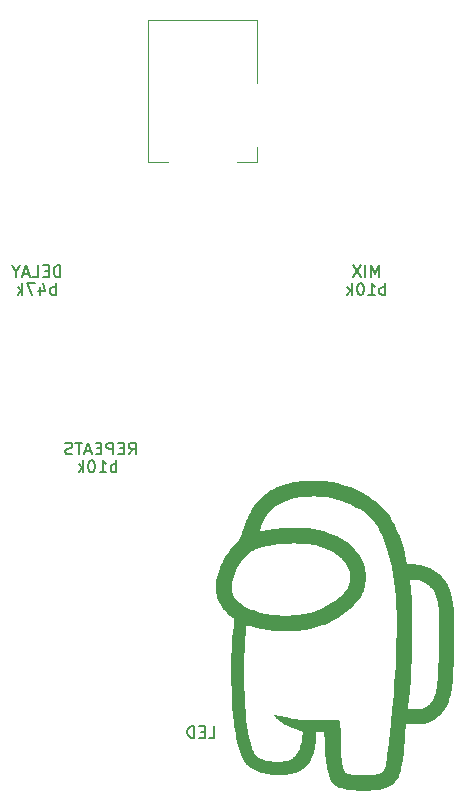
<source format=gbr>
%TF.GenerationSoftware,KiCad,Pcbnew,7.0.1*%
%TF.CreationDate,2023-11-18T18:10:11+02:00*%
%TF.ProjectId,Dille,44696c6c-652e-46b6-9963-61645f706362,rev?*%
%TF.SameCoordinates,Original*%
%TF.FileFunction,Legend,Bot*%
%TF.FilePolarity,Positive*%
%FSLAX46Y46*%
G04 Gerber Fmt 4.6, Leading zero omitted, Abs format (unit mm)*
G04 Created by KiCad (PCBNEW 7.0.1) date 2023-11-18 18:10:11*
%MOMM*%
%LPD*%
G01*
G04 APERTURE LIST*
%ADD10C,0.000000*%
%ADD11C,0.150000*%
%ADD12C,0.120000*%
G04 APERTURE END LIST*
D10*
G36*
X90419796Y-93206091D02*
G01*
X90426591Y-93677710D01*
X90433174Y-94697896D01*
X90421712Y-95663821D01*
X90393011Y-96564882D01*
X90347877Y-97390475D01*
X90287116Y-98129996D01*
X90211534Y-98772840D01*
X90121937Y-99308404D01*
X90072136Y-99532642D01*
X90019132Y-99726083D01*
X89960579Y-99895572D01*
X89890530Y-100062270D01*
X89809645Y-100225496D01*
X89718582Y-100384567D01*
X89618001Y-100538800D01*
X89508559Y-100687515D01*
X89390916Y-100830028D01*
X89265731Y-100965658D01*
X89133663Y-101093722D01*
X88995371Y-101213539D01*
X88851513Y-101324427D01*
X88702748Y-101425702D01*
X88549735Y-101516683D01*
X88393134Y-101596689D01*
X88233602Y-101665036D01*
X88071799Y-101721043D01*
X88022543Y-101736184D01*
X87973666Y-101749899D01*
X87924680Y-101762250D01*
X87875098Y-101773299D01*
X87824431Y-101783107D01*
X87772190Y-101791737D01*
X87717887Y-101799251D01*
X87661034Y-101805711D01*
X87601142Y-101811178D01*
X87537723Y-101815715D01*
X87470289Y-101819384D01*
X87398352Y-101822247D01*
X87239013Y-101825803D01*
X87055799Y-101826878D01*
X86383757Y-101826878D01*
X86293799Y-102710586D01*
X86130998Y-104252858D01*
X86065813Y-104800411D01*
X86007388Y-105226111D01*
X85952683Y-105550360D01*
X85898661Y-105793560D01*
X85842282Y-105976112D01*
X85780508Y-106118419D01*
X85716221Y-106237900D01*
X85646469Y-106352203D01*
X85571369Y-106461235D01*
X85491037Y-106564902D01*
X85405589Y-106663113D01*
X85315141Y-106755774D01*
X85219809Y-106842792D01*
X85119711Y-106924074D01*
X85014962Y-106999527D01*
X84905678Y-107069057D01*
X84791975Y-107132573D01*
X84673971Y-107189980D01*
X84551781Y-107241186D01*
X84425521Y-107286098D01*
X84295308Y-107324623D01*
X84161258Y-107356667D01*
X84051045Y-107376142D01*
X83915299Y-107392903D01*
X83581655Y-107418348D01*
X83189224Y-107433127D01*
X82766903Y-107437365D01*
X82343591Y-107431184D01*
X81948184Y-107414710D01*
X81609579Y-107388066D01*
X81470609Y-107370969D01*
X81356675Y-107351376D01*
X81200523Y-107317367D01*
X81056983Y-107282460D01*
X80925271Y-107246126D01*
X80804605Y-107207839D01*
X80694202Y-107167071D01*
X80593279Y-107123296D01*
X80501054Y-107075986D01*
X80416742Y-107024615D01*
X80339562Y-106968654D01*
X80268731Y-106907578D01*
X80203465Y-106840859D01*
X80142981Y-106767969D01*
X80086498Y-106688383D01*
X80033231Y-106601572D01*
X79982398Y-106507010D01*
X79933217Y-106404169D01*
X79880662Y-106284230D01*
X79832013Y-106159780D01*
X79787086Y-106029656D01*
X79745693Y-105892696D01*
X79707649Y-105747736D01*
X79672767Y-105593613D01*
X79640862Y-105429166D01*
X79611747Y-105253231D01*
X79585237Y-105064645D01*
X79561146Y-104862247D01*
X79539287Y-104644873D01*
X79519474Y-104411360D01*
X79501522Y-104160546D01*
X79485244Y-103891268D01*
X79456966Y-103292669D01*
X79425217Y-102461876D01*
X78763759Y-102461876D01*
X78732008Y-103054545D01*
X78719753Y-103240459D01*
X78700941Y-103422915D01*
X78675709Y-103601558D01*
X78644200Y-103776030D01*
X78606551Y-103945976D01*
X78562902Y-104111038D01*
X78513394Y-104270860D01*
X78458165Y-104425086D01*
X78397354Y-104573358D01*
X78331102Y-104715321D01*
X78259549Y-104850617D01*
X78182832Y-104978891D01*
X78101093Y-105099785D01*
X78014471Y-105212943D01*
X77923104Y-105318009D01*
X77827133Y-105414626D01*
X77739242Y-105494032D01*
X77649862Y-105567671D01*
X77558498Y-105635728D01*
X77464654Y-105698391D01*
X77367833Y-105755845D01*
X77267539Y-105808276D01*
X77163277Y-105855870D01*
X77054550Y-105898813D01*
X76940861Y-105937292D01*
X76821716Y-105971491D01*
X76696618Y-106001598D01*
X76565070Y-106027798D01*
X76426578Y-106050278D01*
X76280643Y-106069222D01*
X76126772Y-106084818D01*
X75964466Y-106097252D01*
X75715628Y-106106905D01*
X75469727Y-106106264D01*
X75227593Y-106095577D01*
X74990056Y-106075093D01*
X74757944Y-106045058D01*
X74532089Y-106005722D01*
X74313318Y-105957332D01*
X74102461Y-105900137D01*
X73900348Y-105834384D01*
X73707808Y-105760321D01*
X73525671Y-105678197D01*
X73354765Y-105588259D01*
X73195921Y-105490756D01*
X73049967Y-105385936D01*
X72917734Y-105274046D01*
X72800050Y-105155335D01*
X72704254Y-105036642D01*
X72611380Y-104895113D01*
X72521497Y-104731105D01*
X72434677Y-104544974D01*
X72350988Y-104337077D01*
X72270501Y-104107771D01*
X72193285Y-103857412D01*
X72119410Y-103586356D01*
X72048945Y-103294961D01*
X71981961Y-102983582D01*
X71918527Y-102652576D01*
X71858713Y-102302300D01*
X71802588Y-101933111D01*
X71750223Y-101545364D01*
X71701688Y-101139417D01*
X71657051Y-100715627D01*
X71644938Y-100562106D01*
X71632577Y-100338761D01*
X71608102Y-99724763D01*
X71585612Y-98957967D01*
X71567091Y-98122710D01*
X71558761Y-97375831D01*
X71558670Y-97295722D01*
X72640308Y-97295722D01*
X72647047Y-97935249D01*
X72662467Y-98598961D01*
X72689979Y-99433887D01*
X72725801Y-100173562D01*
X72771297Y-100831382D01*
X72827831Y-101420742D01*
X72896768Y-101955034D01*
X72979471Y-102447655D01*
X73077305Y-102911999D01*
X73191634Y-103361459D01*
X73243532Y-103548726D01*
X73292796Y-103716590D01*
X73340508Y-103866487D01*
X73387756Y-103999850D01*
X73435624Y-104118112D01*
X73485197Y-104222709D01*
X73537561Y-104315075D01*
X73593800Y-104396642D01*
X73623712Y-104433825D01*
X73655000Y-104468846D01*
X73687800Y-104501884D01*
X73722247Y-104533119D01*
X73796625Y-104590897D01*
X73879219Y-104643614D01*
X73971115Y-104692702D01*
X74073398Y-104739597D01*
X74187154Y-104785733D01*
X74313466Y-104832543D01*
X74433521Y-104873398D01*
X74488525Y-104890435D01*
X74541669Y-104905386D01*
X74594069Y-104918384D01*
X74646841Y-104929561D01*
X74701101Y-104939047D01*
X74757966Y-104946975D01*
X74818552Y-104953477D01*
X74883974Y-104958685D01*
X74955350Y-104962730D01*
X75033795Y-104965744D01*
X75120425Y-104967859D01*
X75216358Y-104969206D01*
X75440592Y-104970126D01*
X75665478Y-104970973D01*
X75845653Y-104968968D01*
X75989489Y-104963243D01*
X76050396Y-104958714D01*
X76105358Y-104952929D01*
X76155420Y-104945779D01*
X76201631Y-104937157D01*
X76245035Y-104926954D01*
X76286679Y-104915060D01*
X76327611Y-104901369D01*
X76368876Y-104885770D01*
X76456591Y-104848418D01*
X76514402Y-104820492D01*
X76572553Y-104788473D01*
X76630767Y-104752610D01*
X76688763Y-104713150D01*
X76746264Y-104670341D01*
X76802989Y-104624432D01*
X76858660Y-104575670D01*
X76912998Y-104524303D01*
X76965724Y-104470581D01*
X77016558Y-104414749D01*
X77065221Y-104357058D01*
X77111436Y-104297754D01*
X77154921Y-104237086D01*
X77195399Y-104175302D01*
X77232591Y-104112650D01*
X77266217Y-104049378D01*
X77286705Y-104004626D01*
X77308333Y-103950324D01*
X77330876Y-103887341D01*
X77354108Y-103816544D01*
X77401743Y-103654983D01*
X77449440Y-103472586D01*
X77495401Y-103276298D01*
X77537828Y-103073065D01*
X77574921Y-102869832D01*
X77604883Y-102673544D01*
X77636634Y-102435417D01*
X77176258Y-102287253D01*
X77041263Y-102243723D01*
X76910135Y-102198472D01*
X76782899Y-102151516D01*
X76659577Y-102102871D01*
X76540193Y-102052551D01*
X76424769Y-102000572D01*
X76313330Y-101946950D01*
X76205899Y-101891700D01*
X76102498Y-101834837D01*
X76003152Y-101776378D01*
X75907882Y-101716338D01*
X75816713Y-101654732D01*
X75729668Y-101591575D01*
X75646771Y-101526884D01*
X75568043Y-101460673D01*
X75493509Y-101392959D01*
X75424035Y-101328230D01*
X75359398Y-101266043D01*
X75300962Y-101207948D01*
X75250092Y-101155497D01*
X75208151Y-101110239D01*
X75176504Y-101073724D01*
X75164967Y-101059230D01*
X75156516Y-101047503D01*
X75151320Y-101038738D01*
X75149550Y-101033127D01*
X75150226Y-101031312D01*
X75152233Y-101029833D01*
X75155536Y-101028686D01*
X75160102Y-101027865D01*
X75172886Y-101027184D01*
X75190312Y-101027751D01*
X75212111Y-101029528D01*
X75238010Y-101032475D01*
X75267738Y-101036553D01*
X75301024Y-101041725D01*
X75337596Y-101047951D01*
X75377184Y-101055192D01*
X75464321Y-101072566D01*
X75560264Y-101093536D01*
X75662841Y-101117793D01*
X76139887Y-101229187D01*
X76546302Y-101315404D01*
X76731956Y-101350040D01*
X76910673Y-101379545D01*
X77086025Y-101404305D01*
X77261587Y-101424710D01*
X77440931Y-101441146D01*
X77627631Y-101454000D01*
X78037394Y-101470516D01*
X78519463Y-101477358D01*
X79102425Y-101477627D01*
X80700508Y-101472335D01*
X80753424Y-101636377D01*
X80758500Y-101660608D01*
X80763770Y-101699009D01*
X80774673Y-101814970D01*
X80785701Y-101977565D01*
X80796419Y-102180095D01*
X80806393Y-102415864D01*
X80815188Y-102678173D01*
X80822371Y-102960327D01*
X80827508Y-103255627D01*
X80845833Y-103959439D01*
X80874885Y-104535383D01*
X80894306Y-104779319D01*
X80917456Y-104995985D01*
X80944683Y-105186948D01*
X80976336Y-105353772D01*
X81012764Y-105498024D01*
X81054316Y-105621270D01*
X81101340Y-105725075D01*
X81154186Y-105811005D01*
X81213202Y-105880626D01*
X81278736Y-105935503D01*
X81351139Y-105977204D01*
X81430758Y-106007292D01*
X81502622Y-106024455D01*
X81604329Y-106040169D01*
X81880715Y-106066906D01*
X82226802Y-106086822D01*
X82609477Y-106099235D01*
X82995624Y-106103462D01*
X83352129Y-106098822D01*
X83645879Y-106084632D01*
X83758872Y-106073742D01*
X83843758Y-106060210D01*
X83909804Y-106045075D01*
X83973021Y-106027437D01*
X84033432Y-106007272D01*
X84091060Y-105984556D01*
X84145929Y-105959267D01*
X84198062Y-105931381D01*
X84247481Y-105900875D01*
X84294211Y-105867726D01*
X84338274Y-105831910D01*
X84379694Y-105793405D01*
X84418494Y-105752187D01*
X84454697Y-105708232D01*
X84488327Y-105661518D01*
X84519406Y-105612021D01*
X84547959Y-105559718D01*
X84574008Y-105504585D01*
X84585168Y-105474458D01*
X84596818Y-105435710D01*
X84608947Y-105388406D01*
X84621550Y-105332605D01*
X84648143Y-105195766D01*
X84676534Y-105025688D01*
X84706661Y-104822869D01*
X84738463Y-104587804D01*
X84771877Y-104320988D01*
X84806841Y-104022919D01*
X85044966Y-101826878D01*
X85177549Y-100556876D01*
X86516049Y-100556876D01*
X87066382Y-100556876D01*
X87231644Y-100555957D01*
X87366519Y-100552494D01*
X87424539Y-100549480D01*
X87477334Y-100545435D01*
X87525696Y-100540228D01*
X87570414Y-100533725D01*
X87612280Y-100525797D01*
X87652083Y-100516310D01*
X87690616Y-100505134D01*
X87728668Y-100492136D01*
X87767030Y-100477185D01*
X87806492Y-100460149D01*
X87891883Y-100419293D01*
X87958367Y-100383887D01*
X88024650Y-100343412D01*
X88090405Y-100298254D01*
X88155308Y-100248802D01*
X88219033Y-100195444D01*
X88281254Y-100138566D01*
X88341646Y-100078557D01*
X88399883Y-100015804D01*
X88455639Y-99950694D01*
X88508589Y-99883615D01*
X88558408Y-99814955D01*
X88604769Y-99745101D01*
X88647348Y-99674442D01*
X88685819Y-99603363D01*
X88719855Y-99532254D01*
X88749133Y-99461501D01*
X88798818Y-99315227D01*
X88844744Y-99151535D01*
X88886996Y-98969380D01*
X88925659Y-98767714D01*
X88960819Y-98545491D01*
X88992559Y-98301665D01*
X89020967Y-98035189D01*
X89046127Y-97745017D01*
X89068125Y-97430103D01*
X89087045Y-97089399D01*
X89115994Y-96326438D01*
X89133657Y-95447763D01*
X89140716Y-94445002D01*
X89140798Y-93206091D01*
X89136902Y-92772546D01*
X89129471Y-92435492D01*
X89117823Y-92174340D01*
X89101276Y-91968503D01*
X89079149Y-91797392D01*
X89050758Y-91640419D01*
X89014260Y-91462575D01*
X88977801Y-91299396D01*
X88940799Y-91149798D01*
X88902674Y-91012695D01*
X88862843Y-90887002D01*
X88820725Y-90771634D01*
X88775739Y-90665507D01*
X88727304Y-90567533D01*
X88674839Y-90476629D01*
X88617761Y-90391710D01*
X88555489Y-90311689D01*
X88487443Y-90235482D01*
X88413041Y-90162003D01*
X88331701Y-90090168D01*
X88242842Y-90018891D01*
X88145882Y-89947086D01*
X88077168Y-89900017D01*
X88007927Y-89856032D01*
X87938128Y-89815118D01*
X87867739Y-89777257D01*
X87796731Y-89742435D01*
X87725071Y-89710635D01*
X87652729Y-89681844D01*
X87579674Y-89656044D01*
X87505875Y-89633221D01*
X87431301Y-89613359D01*
X87355920Y-89596443D01*
X87279703Y-89582457D01*
X87202617Y-89571385D01*
X87124632Y-89563213D01*
X87045717Y-89557924D01*
X86965841Y-89555503D01*
X86685383Y-89550211D01*
X86711841Y-89772460D01*
X86758153Y-90219265D01*
X86794606Y-90628305D01*
X86822253Y-91025314D01*
X86842148Y-91436028D01*
X86855346Y-91886181D01*
X86862902Y-92401509D01*
X86865868Y-93007746D01*
X86865681Y-93245613D01*
X86865299Y-93730627D01*
X86856783Y-94705451D01*
X86840825Y-95659439D01*
X86819907Y-96482458D01*
X86796508Y-97064377D01*
X86738299Y-97990088D01*
X86668185Y-98957471D01*
X86600055Y-99787932D01*
X86547799Y-100302877D01*
X86516049Y-100556876D01*
X85177549Y-100556876D01*
X85230340Y-100051192D01*
X85303369Y-99229825D01*
X85365112Y-98428303D01*
X85416933Y-97628270D01*
X85460196Y-96811369D01*
X85526507Y-95053544D01*
X85547023Y-94112062D01*
X85552718Y-93245613D01*
X85543158Y-92444401D01*
X85517909Y-91698627D01*
X85476537Y-90998495D01*
X85418608Y-90334204D01*
X85343687Y-89695959D01*
X85251341Y-89073961D01*
X85138190Y-88473843D01*
X84999987Y-87872670D01*
X84840948Y-87283280D01*
X84665289Y-86718508D01*
X84477228Y-86191191D01*
X84379865Y-85945590D01*
X84280982Y-85714166D01*
X84181107Y-85498524D01*
X84080767Y-85300268D01*
X83980489Y-85121004D01*
X83880800Y-84962336D01*
X83805772Y-84855812D01*
X83725641Y-84750607D01*
X83550608Y-84544459D01*
X83356785Y-84344513D01*
X83145258Y-84151388D01*
X82917111Y-83965704D01*
X82673431Y-83788082D01*
X82415302Y-83619142D01*
X82143810Y-83459503D01*
X81860039Y-83309786D01*
X81565075Y-83170611D01*
X81260003Y-83042598D01*
X80945909Y-82926368D01*
X80623877Y-82822539D01*
X80294993Y-82731734D01*
X79960341Y-82654570D01*
X79621008Y-82591670D01*
X79474000Y-82570822D01*
X79314102Y-82553873D01*
X79143305Y-82540754D01*
X78963601Y-82531394D01*
X78585444Y-82523674D01*
X78195566Y-82530154D01*
X77809904Y-82550277D01*
X77444397Y-82583484D01*
X77274181Y-82604820D01*
X77114980Y-82629217D01*
X76968786Y-82656607D01*
X76837591Y-82686919D01*
X76612769Y-82749010D01*
X76398558Y-82816286D01*
X76194781Y-82888849D01*
X76001259Y-82966799D01*
X75817815Y-83050237D01*
X75644268Y-83139264D01*
X75480443Y-83233980D01*
X75326159Y-83334487D01*
X75181239Y-83440885D01*
X75045504Y-83553275D01*
X74918777Y-83671757D01*
X74800879Y-83796433D01*
X74691631Y-83927403D01*
X74590856Y-84064768D01*
X74498375Y-84208629D01*
X74414009Y-84359086D01*
X74330624Y-84526621D01*
X74245998Y-84705194D01*
X74164349Y-84885008D01*
X74089894Y-85056263D01*
X74026848Y-85209163D01*
X73979430Y-85333910D01*
X73951855Y-85420706D01*
X73946827Y-85446810D01*
X73948341Y-85459752D01*
X73952583Y-85460376D01*
X73961188Y-85460279D01*
X73990592Y-85458016D01*
X74034755Y-85453148D01*
X74091878Y-85445862D01*
X74160164Y-85436343D01*
X74237813Y-85424778D01*
X74323027Y-85411353D01*
X74414009Y-85396253D01*
X74758236Y-85341590D01*
X75082247Y-85296290D01*
X75394600Y-85259796D01*
X75703852Y-85231550D01*
X76018561Y-85210993D01*
X76347285Y-85197568D01*
X76698582Y-85190715D01*
X77081008Y-85189878D01*
X77512031Y-85193909D01*
X77888980Y-85207241D01*
X78061207Y-85217977D01*
X78224752Y-85231736D01*
X78381228Y-85248751D01*
X78532248Y-85269253D01*
X78679422Y-85293476D01*
X78824364Y-85321653D01*
X78968686Y-85354015D01*
X79114000Y-85390796D01*
X79261919Y-85432228D01*
X79414054Y-85478543D01*
X79737424Y-85586753D01*
X80008874Y-85687729D01*
X80267697Y-85794286D01*
X80514040Y-85906547D01*
X80748050Y-86024638D01*
X80969875Y-86148682D01*
X81179662Y-86278804D01*
X81377558Y-86415126D01*
X81563711Y-86557774D01*
X81738267Y-86706870D01*
X81901375Y-86862540D01*
X82053181Y-87024908D01*
X82193833Y-87194096D01*
X82323477Y-87370230D01*
X82442262Y-87553434D01*
X82550334Y-87743831D01*
X82647841Y-87941545D01*
X82685872Y-88027404D01*
X82720664Y-88110743D01*
X82752323Y-88192145D01*
X82780960Y-88272191D01*
X82806682Y-88351461D01*
X82829598Y-88430537D01*
X82849816Y-88510002D01*
X82867445Y-88590435D01*
X82882594Y-88672418D01*
X82895371Y-88756533D01*
X82905885Y-88843361D01*
X82914244Y-88933483D01*
X82920556Y-89027482D01*
X82924930Y-89125937D01*
X82927476Y-89229431D01*
X82928300Y-89338545D01*
X82925439Y-89529581D01*
X82916580Y-89710439D01*
X82901301Y-89882104D01*
X82879186Y-90045560D01*
X82849816Y-90201792D01*
X82812772Y-90351785D01*
X82767635Y-90496521D01*
X82713987Y-90636987D01*
X82651410Y-90774166D01*
X82579484Y-90909043D01*
X82497791Y-91042602D01*
X82405913Y-91175828D01*
X82303431Y-91309704D01*
X82189926Y-91445217D01*
X82064980Y-91583349D01*
X81928174Y-91725086D01*
X81777536Y-91872084D01*
X81621495Y-92015291D01*
X81460354Y-92154513D01*
X81294414Y-92289558D01*
X81123979Y-92420231D01*
X80949350Y-92546338D01*
X80770830Y-92667685D01*
X80588721Y-92784080D01*
X80403326Y-92895328D01*
X80214946Y-93001235D01*
X80023884Y-93101607D01*
X79830442Y-93196251D01*
X79634923Y-93284973D01*
X79437629Y-93367579D01*
X79238862Y-93443875D01*
X79038925Y-93513669D01*
X78715141Y-93616701D01*
X78562582Y-93661044D01*
X78414178Y-93700944D01*
X78268378Y-93736659D01*
X78123632Y-93768444D01*
X77978390Y-93796555D01*
X77831102Y-93821247D01*
X77680217Y-93842777D01*
X77524185Y-93861399D01*
X77361456Y-93877371D01*
X77190480Y-93890948D01*
X76817583Y-93911939D01*
X76393092Y-93926418D01*
X76059686Y-93934490D01*
X75784633Y-93938407D01*
X75554353Y-93937488D01*
X75355264Y-93931049D01*
X75173787Y-93918409D01*
X74996340Y-93898886D01*
X74809344Y-93871797D01*
X74599217Y-93836461D01*
X74451691Y-93810333D01*
X74294119Y-93780236D01*
X74131339Y-93747163D01*
X73968186Y-93712106D01*
X73809498Y-93676057D01*
X73660112Y-93640008D01*
X73524864Y-93604951D01*
X73408592Y-93571878D01*
X73236200Y-93521845D01*
X73164235Y-93502545D01*
X73101014Y-93487128D01*
X73045979Y-93475649D01*
X72998571Y-93468163D01*
X72958232Y-93464722D01*
X72924405Y-93465382D01*
X72909758Y-93467267D01*
X72896531Y-93470197D01*
X72884651Y-93474180D01*
X72874051Y-93479221D01*
X72864660Y-93485329D01*
X72856409Y-93492509D01*
X72849227Y-93500768D01*
X72843045Y-93510113D01*
X72837794Y-93520552D01*
X72833403Y-93532090D01*
X72826922Y-93558493D01*
X72823047Y-93589376D01*
X72821217Y-93624794D01*
X72820246Y-93649485D01*
X72817414Y-93690361D01*
X72812846Y-93745252D01*
X72806665Y-93811987D01*
X72798996Y-93888395D01*
X72789963Y-93972308D01*
X72779690Y-94061553D01*
X72768301Y-94153961D01*
X72728158Y-94578059D01*
X72695209Y-95046434D01*
X72669702Y-95555736D01*
X72651884Y-96102617D01*
X72642003Y-96683729D01*
X72640308Y-97295722D01*
X71558670Y-97295722D01*
X71557996Y-96705784D01*
X71565417Y-96099113D01*
X71581643Y-95542361D01*
X71607296Y-95022073D01*
X71642994Y-94524790D01*
X71689358Y-94037058D01*
X71747008Y-93545419D01*
X71769612Y-93357823D01*
X71785952Y-93205512D01*
X71796215Y-93085075D01*
X71800587Y-92993101D01*
X71800622Y-92956722D01*
X71799254Y-92926180D01*
X71796506Y-92901049D01*
X71792402Y-92880901D01*
X71786964Y-92865312D01*
X71780216Y-92853854D01*
X71772182Y-92846101D01*
X71762884Y-92841627D01*
X71745852Y-92834749D01*
X71726596Y-92825115D01*
X71681938Y-92798085D01*
X71629961Y-92761551D01*
X71571722Y-92716529D01*
X71508274Y-92664035D01*
X71440671Y-92605084D01*
X71369967Y-92540691D01*
X71297217Y-92471872D01*
X71223474Y-92399643D01*
X71149794Y-92325018D01*
X71077230Y-92249014D01*
X71006836Y-92172645D01*
X70939667Y-92096928D01*
X70876776Y-92022877D01*
X70819219Y-91951508D01*
X70768049Y-91883836D01*
X70645393Y-91696573D01*
X70539371Y-91501937D01*
X70450000Y-91300000D01*
X70377294Y-91090830D01*
X70321269Y-90874499D01*
X70281941Y-90651074D01*
X70259324Y-90420627D01*
X70253987Y-90205424D01*
X71606065Y-90205424D01*
X71607178Y-90319636D01*
X71614146Y-90430228D01*
X71627109Y-90536817D01*
X71646207Y-90639018D01*
X71671580Y-90736448D01*
X71703370Y-90828723D01*
X71741717Y-90915460D01*
X71771659Y-90972319D01*
X71804892Y-91028770D01*
X71841360Y-91084777D01*
X71881005Y-91140305D01*
X71923770Y-91195317D01*
X71969598Y-91249777D01*
X72018431Y-91303651D01*
X72070213Y-91356901D01*
X72124887Y-91409493D01*
X72182394Y-91461390D01*
X72305682Y-91562956D01*
X72439621Y-91661313D01*
X72583753Y-91756174D01*
X72737621Y-91847253D01*
X72900767Y-91934262D01*
X73072734Y-92016914D01*
X73253066Y-92094924D01*
X73441303Y-92168003D01*
X73636990Y-92235866D01*
X73839669Y-92298225D01*
X74048882Y-92354794D01*
X74378092Y-92433632D01*
X74678343Y-92496346D01*
X74820961Y-92522045D01*
X74960362Y-92544178D01*
X75097887Y-92562900D01*
X75234877Y-92578367D01*
X75372674Y-92590733D01*
X75512618Y-92600153D01*
X75804311Y-92610778D01*
X76120685Y-92611481D01*
X76472467Y-92603502D01*
X76756210Y-92590368D01*
X77028650Y-92570615D01*
X77290766Y-92543947D01*
X77543534Y-92510071D01*
X77787929Y-92468691D01*
X78024930Y-92419513D01*
X78255513Y-92362243D01*
X78480654Y-92296586D01*
X78701331Y-92222247D01*
X78918519Y-92138931D01*
X79133196Y-92046345D01*
X79346338Y-91944194D01*
X79558922Y-91832183D01*
X79771924Y-91710017D01*
X79986322Y-91577403D01*
X80203091Y-91434045D01*
X80314492Y-91357000D01*
X80422334Y-91278809D01*
X80526409Y-91199687D01*
X80626507Y-91119852D01*
X80722420Y-91039521D01*
X80813938Y-90958911D01*
X80900851Y-90878239D01*
X80982950Y-90797722D01*
X81060027Y-90717577D01*
X81131871Y-90638021D01*
X81198274Y-90559271D01*
X81259026Y-90481544D01*
X81313918Y-90405058D01*
X81362741Y-90330029D01*
X81405285Y-90256674D01*
X81441341Y-90185210D01*
X81462943Y-90139193D01*
X81482196Y-90095872D01*
X81499233Y-90054474D01*
X81514184Y-90014223D01*
X81527182Y-89974345D01*
X81538358Y-89934063D01*
X81547845Y-89892603D01*
X81555773Y-89849189D01*
X81562276Y-89803048D01*
X81567483Y-89753402D01*
X81571528Y-89699478D01*
X81574542Y-89640500D01*
X81576657Y-89575692D01*
X81578005Y-89504281D01*
X81578925Y-89338545D01*
X81578315Y-89157005D01*
X81575039Y-89014347D01*
X81571722Y-88954401D01*
X81566925Y-88900338D01*
X81560377Y-88850880D01*
X81551805Y-88804747D01*
X81540939Y-88760661D01*
X81527507Y-88717341D01*
X81511237Y-88673511D01*
X81491860Y-88627890D01*
X81469103Y-88579199D01*
X81442695Y-88526159D01*
X81377841Y-88401919D01*
X81335272Y-88326173D01*
X81289921Y-88251737D01*
X81241800Y-88178619D01*
X81190917Y-88106826D01*
X81137282Y-88036366D01*
X81080906Y-87967248D01*
X81021797Y-87899478D01*
X80959965Y-87833065D01*
X80895420Y-87768016D01*
X80828172Y-87704339D01*
X80685604Y-87581132D01*
X80532340Y-87463506D01*
X80368456Y-87351523D01*
X80194030Y-87245245D01*
X80009139Y-87144735D01*
X79813862Y-87050053D01*
X79608275Y-86961263D01*
X79392456Y-86878426D01*
X79166483Y-86801603D01*
X78930433Y-86730859D01*
X78684384Y-86666253D01*
X78539498Y-86633387D01*
X78385032Y-86604241D01*
X78221575Y-86578816D01*
X78049714Y-86557112D01*
X77870040Y-86539129D01*
X77683142Y-86524866D01*
X77489609Y-86514324D01*
X77290029Y-86507503D01*
X76875088Y-86505022D01*
X76443032Y-86517425D01*
X75998573Y-86544710D01*
X75546425Y-86586878D01*
X75088624Y-86645127D01*
X74680990Y-86709578D01*
X74494765Y-86744517D01*
X74319617Y-86781470D01*
X74155057Y-86820595D01*
X74000597Y-86862044D01*
X73855749Y-86905975D01*
X73720025Y-86952540D01*
X73592936Y-87001896D01*
X73473993Y-87054198D01*
X73362709Y-87109600D01*
X73258596Y-87168258D01*
X73161164Y-87230327D01*
X73069925Y-87295961D01*
X72970342Y-87375969D01*
X72873101Y-87461951D01*
X72778342Y-87553521D01*
X72686207Y-87650296D01*
X72510366Y-87857926D01*
X72346703Y-88081773D01*
X72196342Y-88318766D01*
X72060405Y-88565837D01*
X71940019Y-88819914D01*
X71836305Y-89077929D01*
X71750389Y-89336813D01*
X71683395Y-89593495D01*
X71636445Y-89844906D01*
X71610665Y-90087976D01*
X71606065Y-90205424D01*
X70253987Y-90205424D01*
X70253436Y-90183227D01*
X70264291Y-89938943D01*
X70291904Y-89687846D01*
X70336292Y-89430005D01*
X70397469Y-89165491D01*
X70475451Y-88894371D01*
X70570254Y-88616718D01*
X70681894Y-88332600D01*
X70810385Y-88042086D01*
X70855634Y-87946626D01*
X70900519Y-87856103D01*
X70945667Y-87769626D01*
X70991707Y-87686304D01*
X71039266Y-87605246D01*
X71088972Y-87525560D01*
X71141453Y-87446354D01*
X71197337Y-87366737D01*
X71257252Y-87285818D01*
X71321825Y-87202706D01*
X71391685Y-87116508D01*
X71467460Y-87026334D01*
X71639263Y-86830491D01*
X71842259Y-86608044D01*
X71990022Y-86446659D01*
X72051025Y-86378232D01*
X72104609Y-86316093D01*
X72151652Y-86258821D01*
X72193028Y-86204999D01*
X72229613Y-86153207D01*
X72262284Y-86102028D01*
X72291917Y-86050043D01*
X72319387Y-85995833D01*
X72345570Y-85937980D01*
X72371342Y-85875065D01*
X72397580Y-85805670D01*
X72425158Y-85728377D01*
X72487842Y-85544419D01*
X72593840Y-85236583D01*
X72707777Y-84928188D01*
X72827170Y-84625126D01*
X72949540Y-84333289D01*
X73072406Y-84058566D01*
X73193287Y-83806850D01*
X73309704Y-83584032D01*
X73419174Y-83396002D01*
X73484723Y-83295163D01*
X73554318Y-83196076D01*
X73627879Y-83098788D01*
X73705328Y-83003344D01*
X73871578Y-82818177D01*
X74052439Y-82640948D01*
X74247283Y-82472028D01*
X74455484Y-82311789D01*
X74676412Y-82160605D01*
X74909441Y-82018846D01*
X75153941Y-81886885D01*
X75409286Y-81765094D01*
X75674847Y-81653845D01*
X75949997Y-81553511D01*
X76234108Y-81464462D01*
X76526551Y-81387071D01*
X76826700Y-81321711D01*
X77133926Y-81268753D01*
X77411573Y-81237509D01*
X77740813Y-81215257D01*
X78104285Y-81202059D01*
X78484623Y-81197977D01*
X78864465Y-81203072D01*
X79226448Y-81217407D01*
X79553209Y-81241044D01*
X79697954Y-81256370D01*
X79827383Y-81274045D01*
X80197515Y-81340261D01*
X80566687Y-81423266D01*
X80933315Y-81522239D01*
X81295820Y-81636359D01*
X81652620Y-81764803D01*
X82002134Y-81906750D01*
X82342780Y-82061379D01*
X82672977Y-82227868D01*
X82991143Y-82405394D01*
X83295698Y-82593137D01*
X83585061Y-82790275D01*
X83857649Y-82995986D01*
X84111881Y-83209449D01*
X84346177Y-83429841D01*
X84558955Y-83656341D01*
X84748633Y-83888128D01*
X84864468Y-84045631D01*
X84977808Y-84212522D01*
X85088635Y-84388760D01*
X85196936Y-84574308D01*
X85302695Y-84769127D01*
X85405895Y-84973178D01*
X85506522Y-85186422D01*
X85604560Y-85408820D01*
X85699993Y-85640335D01*
X85792807Y-85880926D01*
X85882985Y-86130555D01*
X85970512Y-86389184D01*
X86055372Y-86656774D01*
X86137550Y-86933286D01*
X86217031Y-87218680D01*
X86293799Y-87512919D01*
X86463133Y-88200836D01*
X87092841Y-88269627D01*
X87269583Y-88291076D01*
X87437202Y-88315960D01*
X87596496Y-88344611D01*
X87748263Y-88377362D01*
X87893302Y-88414547D01*
X88032411Y-88456499D01*
X88166389Y-88503552D01*
X88296034Y-88556039D01*
X88422143Y-88614292D01*
X88545517Y-88678646D01*
X88666953Y-88749434D01*
X88787249Y-88826989D01*
X88907204Y-88911644D01*
X89027617Y-89003733D01*
X89149285Y-89103589D01*
X89273007Y-89211545D01*
X89368884Y-89301112D01*
X89458350Y-89391803D01*
X89541817Y-89484493D01*
X89619694Y-89580060D01*
X89692394Y-89679378D01*
X89760326Y-89783324D01*
X89823903Y-89892773D01*
X89883533Y-90008602D01*
X89939629Y-90131686D01*
X89992602Y-90262901D01*
X90042861Y-90403124D01*
X90090818Y-90553230D01*
X90136884Y-90714095D01*
X90181469Y-90886594D01*
X90224984Y-91071605D01*
X90267841Y-91270003D01*
X90308737Y-91475034D01*
X90325872Y-91570194D01*
X90341015Y-91664067D01*
X90354328Y-91759366D01*
X90365974Y-91858804D01*
X90376117Y-91965095D01*
X90384919Y-92080951D01*
X90392542Y-92209085D01*
X90399151Y-92352211D01*
X90409972Y-92694288D01*
X90418684Y-93128886D01*
X90419796Y-93206091D01*
G37*
D11*
%TO.C,RV2*%
X84571428Y-65462619D02*
X84571428Y-64462619D01*
X84571428Y-64843571D02*
X84476190Y-64795952D01*
X84476190Y-64795952D02*
X84285714Y-64795952D01*
X84285714Y-64795952D02*
X84190476Y-64843571D01*
X84190476Y-64843571D02*
X84142857Y-64891190D01*
X84142857Y-64891190D02*
X84095238Y-64986428D01*
X84095238Y-64986428D02*
X84095238Y-65272142D01*
X84095238Y-65272142D02*
X84142857Y-65367380D01*
X84142857Y-65367380D02*
X84190476Y-65415000D01*
X84190476Y-65415000D02*
X84285714Y-65462619D01*
X84285714Y-65462619D02*
X84476190Y-65462619D01*
X84476190Y-65462619D02*
X84571428Y-65415000D01*
X83142857Y-65462619D02*
X83714285Y-65462619D01*
X83428571Y-65462619D02*
X83428571Y-64462619D01*
X83428571Y-64462619D02*
X83523809Y-64605476D01*
X83523809Y-64605476D02*
X83619047Y-64700714D01*
X83619047Y-64700714D02*
X83714285Y-64748333D01*
X82523809Y-64462619D02*
X82428571Y-64462619D01*
X82428571Y-64462619D02*
X82333333Y-64510238D01*
X82333333Y-64510238D02*
X82285714Y-64557857D01*
X82285714Y-64557857D02*
X82238095Y-64653095D01*
X82238095Y-64653095D02*
X82190476Y-64843571D01*
X82190476Y-64843571D02*
X82190476Y-65081666D01*
X82190476Y-65081666D02*
X82238095Y-65272142D01*
X82238095Y-65272142D02*
X82285714Y-65367380D01*
X82285714Y-65367380D02*
X82333333Y-65415000D01*
X82333333Y-65415000D02*
X82428571Y-65462619D01*
X82428571Y-65462619D02*
X82523809Y-65462619D01*
X82523809Y-65462619D02*
X82619047Y-65415000D01*
X82619047Y-65415000D02*
X82666666Y-65367380D01*
X82666666Y-65367380D02*
X82714285Y-65272142D01*
X82714285Y-65272142D02*
X82761904Y-65081666D01*
X82761904Y-65081666D02*
X82761904Y-64843571D01*
X82761904Y-64843571D02*
X82714285Y-64653095D01*
X82714285Y-64653095D02*
X82666666Y-64557857D01*
X82666666Y-64557857D02*
X82619047Y-64510238D01*
X82619047Y-64510238D02*
X82523809Y-64462619D01*
X81761904Y-65462619D02*
X81761904Y-64462619D01*
X81666666Y-65081666D02*
X81380952Y-65462619D01*
X81380952Y-64795952D02*
X81761904Y-65176904D01*
X84047618Y-63962619D02*
X84047618Y-62962619D01*
X84047618Y-62962619D02*
X83714285Y-63676904D01*
X83714285Y-63676904D02*
X83380952Y-62962619D01*
X83380952Y-62962619D02*
X83380952Y-63962619D01*
X82904761Y-63962619D02*
X82904761Y-62962619D01*
X82523809Y-62962619D02*
X81857143Y-63962619D01*
X81857143Y-62962619D02*
X82523809Y-63962619D01*
%TO.C,RV3*%
X56671428Y-65462619D02*
X56671428Y-64462619D01*
X56671428Y-64843571D02*
X56576190Y-64795952D01*
X56576190Y-64795952D02*
X56385714Y-64795952D01*
X56385714Y-64795952D02*
X56290476Y-64843571D01*
X56290476Y-64843571D02*
X56242857Y-64891190D01*
X56242857Y-64891190D02*
X56195238Y-64986428D01*
X56195238Y-64986428D02*
X56195238Y-65272142D01*
X56195238Y-65272142D02*
X56242857Y-65367380D01*
X56242857Y-65367380D02*
X56290476Y-65415000D01*
X56290476Y-65415000D02*
X56385714Y-65462619D01*
X56385714Y-65462619D02*
X56576190Y-65462619D01*
X56576190Y-65462619D02*
X56671428Y-65415000D01*
X55338095Y-64795952D02*
X55338095Y-65462619D01*
X55576190Y-64415000D02*
X55814285Y-65129285D01*
X55814285Y-65129285D02*
X55195238Y-65129285D01*
X54909523Y-64462619D02*
X54242857Y-64462619D01*
X54242857Y-64462619D02*
X54671428Y-65462619D01*
X53861904Y-65462619D02*
X53861904Y-64462619D01*
X53766666Y-65081666D02*
X53480952Y-65462619D01*
X53480952Y-64795952D02*
X53861904Y-65176904D01*
X57076190Y-63962619D02*
X57076190Y-62962619D01*
X57076190Y-62962619D02*
X56838095Y-62962619D01*
X56838095Y-62962619D02*
X56695238Y-63010238D01*
X56695238Y-63010238D02*
X56600000Y-63105476D01*
X56600000Y-63105476D02*
X56552381Y-63200714D01*
X56552381Y-63200714D02*
X56504762Y-63391190D01*
X56504762Y-63391190D02*
X56504762Y-63534047D01*
X56504762Y-63534047D02*
X56552381Y-63724523D01*
X56552381Y-63724523D02*
X56600000Y-63819761D01*
X56600000Y-63819761D02*
X56695238Y-63915000D01*
X56695238Y-63915000D02*
X56838095Y-63962619D01*
X56838095Y-63962619D02*
X57076190Y-63962619D01*
X56076190Y-63438809D02*
X55742857Y-63438809D01*
X55600000Y-63962619D02*
X56076190Y-63962619D01*
X56076190Y-63962619D02*
X56076190Y-62962619D01*
X56076190Y-62962619D02*
X55600000Y-62962619D01*
X54695238Y-63962619D02*
X55171428Y-63962619D01*
X55171428Y-63962619D02*
X55171428Y-62962619D01*
X54409523Y-63676904D02*
X53933333Y-63676904D01*
X54504761Y-63962619D02*
X54171428Y-62962619D01*
X54171428Y-62962619D02*
X53838095Y-63962619D01*
X53314285Y-63486428D02*
X53314285Y-63962619D01*
X53647618Y-62962619D02*
X53314285Y-63486428D01*
X53314285Y-63486428D02*
X52980952Y-62962619D01*
%TO.C,RV1*%
X61821428Y-80462619D02*
X61821428Y-79462619D01*
X61821428Y-79843571D02*
X61726190Y-79795952D01*
X61726190Y-79795952D02*
X61535714Y-79795952D01*
X61535714Y-79795952D02*
X61440476Y-79843571D01*
X61440476Y-79843571D02*
X61392857Y-79891190D01*
X61392857Y-79891190D02*
X61345238Y-79986428D01*
X61345238Y-79986428D02*
X61345238Y-80272142D01*
X61345238Y-80272142D02*
X61392857Y-80367380D01*
X61392857Y-80367380D02*
X61440476Y-80415000D01*
X61440476Y-80415000D02*
X61535714Y-80462619D01*
X61535714Y-80462619D02*
X61726190Y-80462619D01*
X61726190Y-80462619D02*
X61821428Y-80415000D01*
X60392857Y-80462619D02*
X60964285Y-80462619D01*
X60678571Y-80462619D02*
X60678571Y-79462619D01*
X60678571Y-79462619D02*
X60773809Y-79605476D01*
X60773809Y-79605476D02*
X60869047Y-79700714D01*
X60869047Y-79700714D02*
X60964285Y-79748333D01*
X59773809Y-79462619D02*
X59678571Y-79462619D01*
X59678571Y-79462619D02*
X59583333Y-79510238D01*
X59583333Y-79510238D02*
X59535714Y-79557857D01*
X59535714Y-79557857D02*
X59488095Y-79653095D01*
X59488095Y-79653095D02*
X59440476Y-79843571D01*
X59440476Y-79843571D02*
X59440476Y-80081666D01*
X59440476Y-80081666D02*
X59488095Y-80272142D01*
X59488095Y-80272142D02*
X59535714Y-80367380D01*
X59535714Y-80367380D02*
X59583333Y-80415000D01*
X59583333Y-80415000D02*
X59678571Y-80462619D01*
X59678571Y-80462619D02*
X59773809Y-80462619D01*
X59773809Y-80462619D02*
X59869047Y-80415000D01*
X59869047Y-80415000D02*
X59916666Y-80367380D01*
X59916666Y-80367380D02*
X59964285Y-80272142D01*
X59964285Y-80272142D02*
X60011904Y-80081666D01*
X60011904Y-80081666D02*
X60011904Y-79843571D01*
X60011904Y-79843571D02*
X59964285Y-79653095D01*
X59964285Y-79653095D02*
X59916666Y-79557857D01*
X59916666Y-79557857D02*
X59869047Y-79510238D01*
X59869047Y-79510238D02*
X59773809Y-79462619D01*
X59011904Y-80462619D02*
X59011904Y-79462619D01*
X58916666Y-80081666D02*
X58630952Y-80462619D01*
X58630952Y-79795952D02*
X59011904Y-80176904D01*
X62880952Y-78962619D02*
X63214285Y-78486428D01*
X63452380Y-78962619D02*
X63452380Y-77962619D01*
X63452380Y-77962619D02*
X63071428Y-77962619D01*
X63071428Y-77962619D02*
X62976190Y-78010238D01*
X62976190Y-78010238D02*
X62928571Y-78057857D01*
X62928571Y-78057857D02*
X62880952Y-78153095D01*
X62880952Y-78153095D02*
X62880952Y-78295952D01*
X62880952Y-78295952D02*
X62928571Y-78391190D01*
X62928571Y-78391190D02*
X62976190Y-78438809D01*
X62976190Y-78438809D02*
X63071428Y-78486428D01*
X63071428Y-78486428D02*
X63452380Y-78486428D01*
X62452380Y-78438809D02*
X62119047Y-78438809D01*
X61976190Y-78962619D02*
X62452380Y-78962619D01*
X62452380Y-78962619D02*
X62452380Y-77962619D01*
X62452380Y-77962619D02*
X61976190Y-77962619D01*
X61547618Y-78962619D02*
X61547618Y-77962619D01*
X61547618Y-77962619D02*
X61166666Y-77962619D01*
X61166666Y-77962619D02*
X61071428Y-78010238D01*
X61071428Y-78010238D02*
X61023809Y-78057857D01*
X61023809Y-78057857D02*
X60976190Y-78153095D01*
X60976190Y-78153095D02*
X60976190Y-78295952D01*
X60976190Y-78295952D02*
X61023809Y-78391190D01*
X61023809Y-78391190D02*
X61071428Y-78438809D01*
X61071428Y-78438809D02*
X61166666Y-78486428D01*
X61166666Y-78486428D02*
X61547618Y-78486428D01*
X60547618Y-78438809D02*
X60214285Y-78438809D01*
X60071428Y-78962619D02*
X60547618Y-78962619D01*
X60547618Y-78962619D02*
X60547618Y-77962619D01*
X60547618Y-77962619D02*
X60071428Y-77962619D01*
X59690475Y-78676904D02*
X59214285Y-78676904D01*
X59785713Y-78962619D02*
X59452380Y-77962619D01*
X59452380Y-77962619D02*
X59119047Y-78962619D01*
X58928570Y-77962619D02*
X58357142Y-77962619D01*
X58642856Y-78962619D02*
X58642856Y-77962619D01*
X58071427Y-78915000D02*
X57928570Y-78962619D01*
X57928570Y-78962619D02*
X57690475Y-78962619D01*
X57690475Y-78962619D02*
X57595237Y-78915000D01*
X57595237Y-78915000D02*
X57547618Y-78867380D01*
X57547618Y-78867380D02*
X57499999Y-78772142D01*
X57499999Y-78772142D02*
X57499999Y-78676904D01*
X57499999Y-78676904D02*
X57547618Y-78581666D01*
X57547618Y-78581666D02*
X57595237Y-78534047D01*
X57595237Y-78534047D02*
X57690475Y-78486428D01*
X57690475Y-78486428D02*
X57880951Y-78438809D01*
X57880951Y-78438809D02*
X57976189Y-78391190D01*
X57976189Y-78391190D02*
X58023808Y-78343571D01*
X58023808Y-78343571D02*
X58071427Y-78248333D01*
X58071427Y-78248333D02*
X58071427Y-78153095D01*
X58071427Y-78153095D02*
X58023808Y-78057857D01*
X58023808Y-78057857D02*
X57976189Y-78010238D01*
X57976189Y-78010238D02*
X57880951Y-77962619D01*
X57880951Y-77962619D02*
X57642856Y-77962619D01*
X57642856Y-77962619D02*
X57499999Y-78010238D01*
%TO.C,D3*%
X69642857Y-102962619D02*
X70119047Y-102962619D01*
X70119047Y-102962619D02*
X70119047Y-101962619D01*
X69309523Y-102438809D02*
X68976190Y-102438809D01*
X68833333Y-102962619D02*
X69309523Y-102962619D01*
X69309523Y-102962619D02*
X69309523Y-101962619D01*
X69309523Y-101962619D02*
X68833333Y-101962619D01*
X68404761Y-102962619D02*
X68404761Y-101962619D01*
X68404761Y-101962619D02*
X68166666Y-101962619D01*
X68166666Y-101962619D02*
X68023809Y-102010238D01*
X68023809Y-102010238D02*
X67928571Y-102105476D01*
X67928571Y-102105476D02*
X67880952Y-102200714D01*
X67880952Y-102200714D02*
X67833333Y-102391190D01*
X67833333Y-102391190D02*
X67833333Y-102534047D01*
X67833333Y-102534047D02*
X67880952Y-102724523D01*
X67880952Y-102724523D02*
X67928571Y-102819761D01*
X67928571Y-102819761D02*
X68023809Y-102915000D01*
X68023809Y-102915000D02*
X68166666Y-102962619D01*
X68166666Y-102962619D02*
X68404761Y-102962619D01*
D12*
%TO.C,J1*%
X73720000Y-42200000D02*
X73720000Y-47550000D01*
X64480000Y-42200000D02*
X73720000Y-42200000D01*
X73720000Y-52950000D02*
X73720000Y-54170000D01*
X73720000Y-54170000D02*
X72050000Y-54170000D01*
X66150000Y-54170000D02*
X64480000Y-54170000D01*
X64480000Y-54170000D02*
X64480000Y-42200000D01*
%TD*%
M02*

</source>
